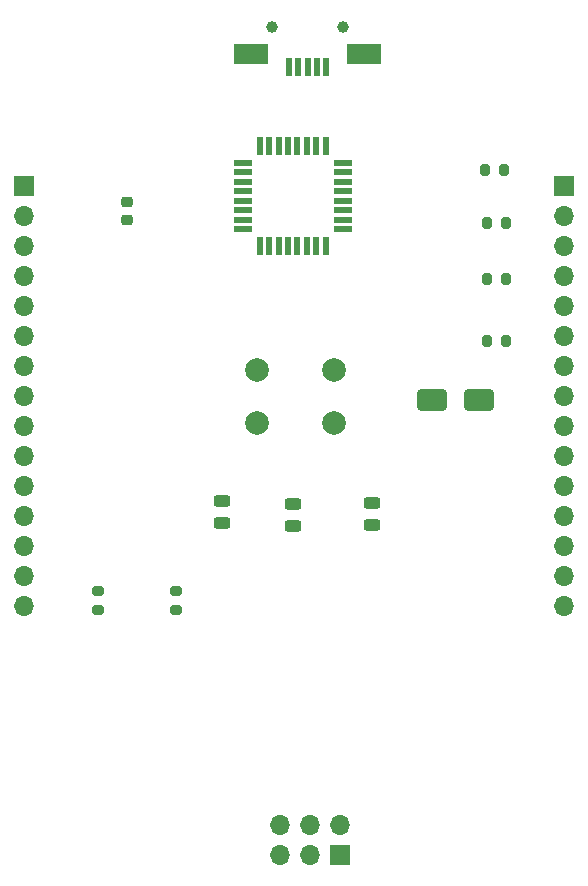
<source format=gbr>
%TF.GenerationSoftware,KiCad,Pcbnew,9.0.0*%
%TF.CreationDate,2025-04-07T20:23:24+05:30*%
%TF.ProjectId,arduino nano clone,61726475-696e-46f2-906e-616e6f20636c,rev?*%
%TF.SameCoordinates,Original*%
%TF.FileFunction,Soldermask,Bot*%
%TF.FilePolarity,Negative*%
%FSLAX46Y46*%
G04 Gerber Fmt 4.6, Leading zero omitted, Abs format (unit mm)*
G04 Created by KiCad (PCBNEW 9.0.0) date 2025-04-07 20:23:24*
%MOMM*%
%LPD*%
G01*
G04 APERTURE LIST*
G04 Aperture macros list*
%AMRoundRect*
0 Rectangle with rounded corners*
0 $1 Rounding radius*
0 $2 $3 $4 $5 $6 $7 $8 $9 X,Y pos of 4 corners*
0 Add a 4 corners polygon primitive as box body*
4,1,4,$2,$3,$4,$5,$6,$7,$8,$9,$2,$3,0*
0 Add four circle primitives for the rounded corners*
1,1,$1+$1,$2,$3*
1,1,$1+$1,$4,$5*
1,1,$1+$1,$6,$7*
1,1,$1+$1,$8,$9*
0 Add four rect primitives between the rounded corners*
20,1,$1+$1,$2,$3,$4,$5,0*
20,1,$1+$1,$4,$5,$6,$7,0*
20,1,$1+$1,$6,$7,$8,$9,0*
20,1,$1+$1,$8,$9,$2,$3,0*%
G04 Aperture macros list end*
%ADD10R,1.700000X1.700000*%
%ADD11O,1.700000X1.700000*%
%ADD12C,1.000000*%
%ADD13R,0.500000X1.500000*%
%ADD14R,3.000000X1.800000*%
%ADD15RoundRect,0.200000X0.275000X-0.200000X0.275000X0.200000X-0.275000X0.200000X-0.275000X-0.200000X0*%
%ADD16RoundRect,0.200000X0.200000X0.275000X-0.200000X0.275000X-0.200000X-0.275000X0.200000X-0.275000X0*%
%ADD17RoundRect,0.243750X0.456250X-0.243750X0.456250X0.243750X-0.456250X0.243750X-0.456250X-0.243750X0*%
%ADD18RoundRect,0.225000X0.250000X-0.225000X0.250000X0.225000X-0.250000X0.225000X-0.250000X-0.225000X0*%
%ADD19R,1.600000X0.550000*%
%ADD20R,0.550000X1.600000*%
%ADD21RoundRect,0.250000X1.000000X0.650000X-1.000000X0.650000X-1.000000X-0.650000X1.000000X-0.650000X0*%
%ADD22C,2.000000*%
G04 APERTURE END LIST*
D10*
%TO.C,J3*%
X176377380Y-73380000D03*
D11*
X176377380Y-75920000D03*
X176377380Y-78460000D03*
X176377380Y-81000000D03*
X176377380Y-83540000D03*
X176377380Y-86080000D03*
X176377380Y-88620000D03*
X176377380Y-91160000D03*
X176377380Y-93700000D03*
X176377380Y-96240000D03*
X176377380Y-98780000D03*
X176377380Y-101320000D03*
X176377380Y-103860000D03*
X176377380Y-106400000D03*
X176377380Y-108940000D03*
%TD*%
D10*
%TO.C,J4*%
X130627380Y-73420000D03*
D11*
X130627380Y-75960000D03*
X130627380Y-78500000D03*
X130627380Y-81040000D03*
X130627380Y-83580000D03*
X130627380Y-86120000D03*
X130627380Y-88660000D03*
X130627380Y-91200000D03*
X130627380Y-93740000D03*
X130627380Y-96280000D03*
X130627380Y-98820000D03*
X130627380Y-101360000D03*
X130627380Y-103900000D03*
X130627380Y-106440000D03*
X130627380Y-108980000D03*
%TD*%
D12*
%TO.C,J1*%
X151627380Y-59900000D03*
X157627380Y-59900000D03*
D13*
X156227380Y-63350000D03*
X155427380Y-63350000D03*
X154627380Y-63350000D03*
X153827380Y-63350000D03*
X153027380Y-63350000D03*
D14*
X149877380Y-62200000D03*
X159377380Y-62200000D03*
%TD*%
D15*
%TO.C,R2*%
X136877380Y-109305000D03*
X136877380Y-107655000D03*
%TD*%
D16*
%TO.C,R5*%
X171452380Y-81250000D03*
X169802380Y-81250000D03*
%TD*%
D17*
%TO.C,D3*%
X153377380Y-102187500D03*
X153377380Y-100312500D03*
%TD*%
D10*
%TO.C,J2*%
X157402380Y-130025000D03*
D11*
X157402380Y-127485000D03*
X154862380Y-130025000D03*
X154862380Y-127485000D03*
X152322380Y-130025000D03*
X152322380Y-127485000D03*
%TD*%
D15*
%TO.C,R1*%
X143532380Y-109305000D03*
X143532380Y-107655000D03*
%TD*%
D16*
%TO.C,R3*%
X171277380Y-72000000D03*
X169627380Y-72000000D03*
%TD*%
D18*
%TO.C,16MHz1*%
X139377380Y-76300000D03*
X139377380Y-74750000D03*
%TD*%
D19*
%TO.C,U1*%
X157627380Y-71450000D03*
X157627380Y-72250000D03*
X157627380Y-73050000D03*
X157627380Y-73850000D03*
X157627380Y-74650000D03*
X157627380Y-75450000D03*
X157627380Y-76250000D03*
X157627380Y-77050000D03*
D20*
X156177380Y-78500000D03*
X155377380Y-78500000D03*
X154577380Y-78500000D03*
X153777380Y-78500000D03*
X152977380Y-78500000D03*
X152177380Y-78500000D03*
X151377380Y-78500000D03*
X150577380Y-78500000D03*
D19*
X149127380Y-77050000D03*
X149127380Y-76250000D03*
X149127380Y-75450000D03*
X149127380Y-74650000D03*
X149127380Y-73850000D03*
X149127380Y-73050000D03*
X149127380Y-72250000D03*
X149127380Y-71450000D03*
D20*
X150577380Y-70000000D03*
X151377380Y-70000000D03*
X152177380Y-70000000D03*
X152977380Y-70000000D03*
X153777380Y-70000000D03*
X154577380Y-70000000D03*
X155377380Y-70000000D03*
X156177380Y-70000000D03*
%TD*%
D17*
%TO.C,D2*%
X160127380Y-102125000D03*
X160127380Y-100250000D03*
%TD*%
D16*
%TO.C,R4*%
X171452380Y-76510000D03*
X169802380Y-76510000D03*
%TD*%
%TO.C,R6*%
X171452380Y-86500000D03*
X169802380Y-86500000D03*
%TD*%
D21*
%TO.C,D1*%
X169127380Y-91500000D03*
X165127380Y-91500000D03*
%TD*%
D22*
%TO.C,SW1*%
X156877380Y-89000000D03*
X150377380Y-89000000D03*
X156877380Y-93500000D03*
X150377380Y-93500000D03*
%TD*%
D17*
%TO.C,D4*%
X147377380Y-101937500D03*
X147377380Y-100062500D03*
%TD*%
M02*

</source>
